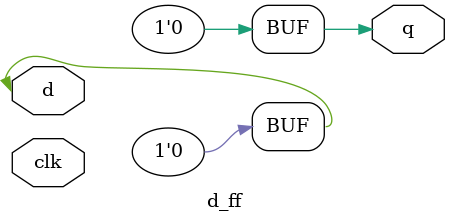
<source format=v>
`timescale 1ns / 1ps

module PISO_REG(d,clk,s1,q);
input [3:0]d;
input clk,s1;
output q;
wire q1,q2,q3,d1,d2,d3;
dff a(d[3],clk,q1);
s1 a1(q1,d[2],s1,d1);
dff b(d[1],clk,q2);
s1 b1(q2,d[1],s1,d2);
dff c(d1,clk,q3);
s1 c1(q3,d[0],s1,d3);
dff dd(d3,clk,q);
endmodule

module s1(a,b,s1,q);
input a,b,s1;
output q;
assign q=(~s1&b)|(s1&a);
endmodule

module d_ff(d,clk,q);
input d,clk;
output q;
reg q=0;
always @(clk);
initial 
begin
q<=d;
end
endmodule

</source>
